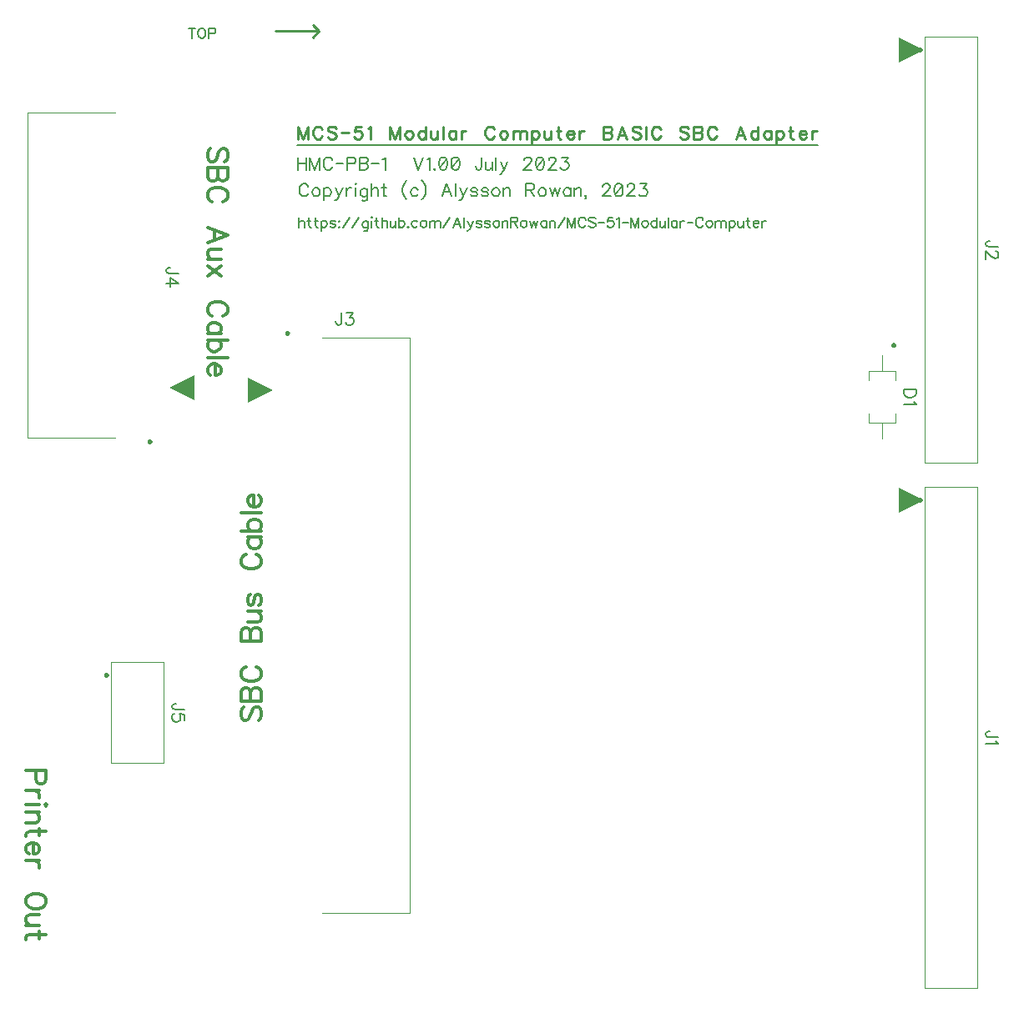
<source format=gbr>
G04 DipTrace 4.3.0.5*
G04 TopSilk.gbr*
%MOMM*%
G04 #@! TF.FileFunction,Legend,Top*
G04 #@! TF.Part,Single*
%ADD10C,0.25*%
%ADD13C,0.12*%
%ADD19C,0.15*%
%ADD47C,0.19608*%
%ADD48C,0.15686*%
%ADD49C,0.27778*%
%ADD50C,0.31373*%
%FSLAX35Y35*%
G04*
G71*
G90*
G75*
G01*
G04 TopSilk*
%LPD*%
X-944500Y1347750D2*
D13*
Y1434750D1*
X-1214500D1*
Y1347750D1*
X-944500Y1001750D2*
Y914750D1*
X-1214500D1*
Y1001750D1*
X-1079500Y1601750D2*
Y1434750D1*
Y914750D2*
Y747750D1*
G36*
X-962500Y1723750D2*
X-959237Y1723536D1*
X-956030Y1722898D1*
X-952933Y1721847D1*
X-950000Y1720401D1*
X-947281Y1718584D1*
X-944822Y1716428D1*
X-942666Y1713969D1*
X-940849Y1711250D1*
X-939403Y1708317D1*
X-938352Y1705220D1*
X-937714Y1702013D1*
X-937500Y1698750D1*
X-937714Y1695487D1*
X-938352Y1692280D1*
X-939403Y1689183D1*
X-940849Y1686250D1*
X-942666Y1683531D1*
X-944822Y1681072D1*
X-947281Y1678916D1*
X-950000Y1677099D1*
X-952933Y1675653D1*
X-956030Y1674602D1*
X-959237Y1673964D1*
X-962500Y1673750D1*
D1*
X-965763Y1673964D1*
X-968970Y1674602D1*
X-972067Y1675653D1*
X-975000Y1677099D1*
X-977719Y1678916D1*
X-980178Y1681072D1*
X-982334Y1683531D1*
X-984151Y1686250D1*
X-985597Y1689183D1*
X-986648Y1692280D1*
X-987286Y1695487D1*
X-987500Y1698750D1*
X-987286Y1702013D1*
X-986648Y1705220D1*
X-985597Y1708317D1*
X-984151Y1711250D1*
X-982334Y1713969D1*
X-980178Y1716428D1*
X-977719Y1718584D1*
X-975000Y1720401D1*
X-972067Y1721847D1*
X-968970Y1722898D1*
X-965763Y1723536D1*
X-962500Y1723750D1*
D1*
G37*
X-111000Y259000D2*
D13*
X-651000D1*
Y-4831000D1*
X-111000D1*
Y259000D1*
G36*
X-694000Y152000D2*
X-690737Y151786D1*
X-687530Y151148D1*
X-684433Y150097D1*
X-681500Y148651D1*
X-678781Y146834D1*
X-676322Y144678D1*
X-674166Y142219D1*
X-672349Y139500D1*
X-670903Y136567D1*
X-669852Y133470D1*
X-669214Y130263D1*
X-669000Y127000D1*
X-669214Y123737D1*
X-669852Y120530D1*
X-670903Y117433D1*
X-672349Y114500D1*
X-674166Y111781D1*
X-676322Y109322D1*
X-678781Y107166D1*
X-681500Y105349D1*
X-684433Y103903D1*
X-687530Y102852D1*
X-690737Y102214D1*
X-694000Y102000D1*
D1*
X-697263Y102214D1*
X-700470Y102852D1*
X-703567Y103903D1*
X-706500Y105349D1*
X-709219Y107166D1*
X-711678Y109322D1*
X-713834Y111781D1*
X-715651Y114500D1*
X-717097Y117433D1*
X-718148Y120530D1*
X-718786Y123737D1*
X-719000Y127000D1*
X-718786Y130263D1*
X-718148Y133470D1*
X-717097Y136567D1*
X-715651Y139500D1*
X-713834Y142219D1*
X-711678Y144678D1*
X-709219Y146834D1*
X-706500Y148651D1*
X-703567Y150097D1*
X-700470Y151148D1*
X-697263Y151786D1*
X-694000Y152000D1*
D1*
G37*
X-111000Y4831000D2*
D13*
X-651000D1*
Y503000D1*
X-111000D1*
Y4831000D1*
G36*
X-694000Y4724000D2*
X-690737Y4723786D1*
X-687530Y4723148D1*
X-684433Y4722097D1*
X-681500Y4720651D1*
X-678781Y4718834D1*
X-676322Y4716678D1*
X-674166Y4714219D1*
X-672349Y4711500D1*
X-670903Y4708567D1*
X-669852Y4705470D1*
X-669214Y4702263D1*
X-669000Y4699000D1*
X-669214Y4695737D1*
X-669852Y4692530D1*
X-670903Y4689433D1*
X-672349Y4686500D1*
X-674166Y4683781D1*
X-676322Y4681322D1*
X-678781Y4679166D1*
X-681500Y4677349D1*
X-684433Y4675903D1*
X-687530Y4674852D1*
X-690737Y4674214D1*
X-694000Y4674000D1*
D1*
X-697263Y4674214D1*
X-700470Y4674852D1*
X-703567Y4675903D1*
X-706500Y4677349D1*
X-709219Y4679166D1*
X-711678Y4681322D1*
X-713834Y4683781D1*
X-715651Y4686500D1*
X-717097Y4689433D1*
X-718148Y4692530D1*
X-718786Y4695737D1*
X-719000Y4699000D1*
X-718786Y4702263D1*
X-718148Y4705470D1*
X-717097Y4708567D1*
X-715651Y4711500D1*
X-713834Y4714219D1*
X-711678Y4716678D1*
X-709219Y4718834D1*
X-706500Y4720651D1*
X-703567Y4722097D1*
X-700470Y4723148D1*
X-697263Y4723786D1*
X-694000Y4724000D1*
D1*
G37*
X-6759000Y-4064000D2*
D13*
X-5872500D1*
Y1778000D1*
X-6759000D1*
G36*
X-7112000Y1796000D2*
X-7115263Y1796214D1*
X-7118470Y1796852D1*
X-7121567Y1797903D1*
X-7124500Y1799349D1*
X-7127219Y1801166D1*
X-7129678Y1803322D1*
X-7131834Y1805781D1*
X-7133651Y1808500D1*
X-7135097Y1811433D1*
X-7136148Y1814530D1*
X-7136786Y1817737D1*
X-7137000Y1821000D1*
X-7136786Y1824263D1*
X-7136148Y1827470D1*
X-7135097Y1830567D1*
X-7133651Y1833500D1*
X-7131834Y1836219D1*
X-7129678Y1838678D1*
X-7127219Y1840834D1*
X-7124500Y1842651D1*
X-7121567Y1844097D1*
X-7118470Y1845148D1*
X-7115263Y1845786D1*
X-7112000Y1846000D1*
D1*
X-7108737Y1845786D1*
X-7105530Y1845148D1*
X-7102433Y1844097D1*
X-7099500Y1842651D1*
X-7096781Y1840834D1*
X-7094322Y1838678D1*
X-7092166Y1836219D1*
X-7090349Y1833500D1*
X-7088903Y1830567D1*
X-7087852Y1827470D1*
X-7087214Y1824263D1*
X-7087000Y1821000D1*
X-7087214Y1817737D1*
X-7087852Y1814530D1*
X-7088903Y1811433D1*
X-7090349Y1808500D1*
X-7092166Y1805781D1*
X-7094322Y1803322D1*
X-7096781Y1801166D1*
X-7099500Y1799349D1*
X-7102433Y1797903D1*
X-7105530Y1796852D1*
X-7108737Y1796214D1*
X-7112000Y1796000D1*
D1*
G37*
X-8862000Y4064000D2*
D13*
X-9748500D1*
Y762000D1*
X-8862000D1*
G36*
X-8509000Y744000D2*
X-8505737Y743786D1*
X-8502530Y743148D1*
X-8499433Y742097D1*
X-8496500Y740651D1*
X-8493781Y738834D1*
X-8491322Y736678D1*
X-8489166Y734219D1*
X-8487349Y731500D1*
X-8485903Y728567D1*
X-8484852Y725470D1*
X-8484214Y722263D1*
X-8484000Y719000D1*
X-8484214Y715737D1*
X-8484852Y712530D1*
X-8485903Y709433D1*
X-8487349Y706500D1*
X-8489166Y703781D1*
X-8491322Y701322D1*
X-8493781Y699166D1*
X-8496500Y697349D1*
X-8499433Y695903D1*
X-8502530Y694852D1*
X-8505737Y694214D1*
X-8509000Y694000D1*
D1*
X-8512263Y694214D1*
X-8515470Y694852D1*
X-8518567Y695903D1*
X-8521500Y697349D1*
X-8524219Y699166D1*
X-8526678Y701322D1*
X-8528834Y703781D1*
X-8530651Y706500D1*
X-8532097Y709433D1*
X-8533148Y712530D1*
X-8533786Y715737D1*
X-8534000Y719000D1*
X-8533786Y722263D1*
X-8533148Y725470D1*
X-8532097Y728567D1*
X-8530651Y731500D1*
X-8528834Y734219D1*
X-8526678Y736678D1*
X-8524219Y738834D1*
X-8521500Y740651D1*
X-8518567Y742097D1*
X-8515470Y743148D1*
X-8512263Y743786D1*
X-8509000Y744000D1*
D1*
G37*
X-8366000Y-1519000D2*
D13*
X-8906000D1*
Y-2545000D1*
X-8366000D1*
Y-1519000D1*
G36*
X-8949000Y-1626000D2*
X-8945737Y-1626214D1*
X-8942530Y-1626852D1*
X-8939433Y-1627903D1*
X-8936500Y-1629349D1*
X-8933781Y-1631166D1*
X-8931322Y-1633322D1*
X-8929166Y-1635781D1*
X-8927349Y-1638500D1*
X-8925903Y-1641433D1*
X-8924852Y-1644530D1*
X-8924214Y-1647737D1*
X-8924000Y-1651000D1*
X-8924214Y-1654263D1*
X-8924852Y-1657470D1*
X-8925903Y-1660567D1*
X-8927349Y-1663500D1*
X-8929166Y-1666219D1*
X-8931322Y-1668678D1*
X-8933781Y-1670834D1*
X-8936500Y-1672651D1*
X-8939433Y-1674097D1*
X-8942530Y-1675148D1*
X-8945737Y-1675786D1*
X-8949000Y-1676000D1*
D1*
X-8952263Y-1675786D1*
X-8955470Y-1675148D1*
X-8958567Y-1674097D1*
X-8961500Y-1672651D1*
X-8964219Y-1670834D1*
X-8966678Y-1668678D1*
X-8968834Y-1666219D1*
X-8970651Y-1663500D1*
X-8972097Y-1660567D1*
X-8973148Y-1657470D1*
X-8973786Y-1654263D1*
X-8974000Y-1651000D1*
X-8973786Y-1647737D1*
X-8973148Y-1644530D1*
X-8972097Y-1641433D1*
X-8970651Y-1638500D1*
X-8968834Y-1635781D1*
X-8966678Y-1633322D1*
X-8964219Y-1631166D1*
X-8961500Y-1629349D1*
X-8958567Y-1627903D1*
X-8955470Y-1626852D1*
X-8952263Y-1626214D1*
X-8949000Y-1626000D1*
D1*
G37*
G36*
X-658620Y4699623D2*
X-912620Y4826623D1*
Y4572627D1*
D1*
X-658620Y4699623D1*
G37*
G36*
Y127623D2*
X-912620Y254623D1*
Y627D1*
D1*
X-658620Y127623D1*
G37*
X-7239000Y4889500D2*
D10*
X-6794500D1*
X-6858000Y4953000D1*
X-6794500Y4889500D2*
X-6858000Y4826000D1*
G36*
X-8310370Y1270627D2*
X-8056370Y1143627D1*
Y1397623D1*
D1*
X-8310370Y1270627D1*
G37*
G36*
X-7262620Y1238873D2*
X-7516620Y1365873D1*
Y1111877D1*
D1*
X-7262620Y1238873D1*
G37*
X-7018247Y3732017D2*
D19*
X-1730743D1*
X-8086128Y4918540D2*
D48*
Y4816452D1*
X-8120157Y4918540D2*
X-8052098D1*
X-7991526D2*
X-8001297Y4913711D1*
X-8010955Y4903940D1*
X-8015897Y4894281D1*
X-8020726Y4879681D1*
Y4855311D1*
X-8015897Y4840823D1*
X-8010955Y4831052D1*
X-8001297Y4821394D1*
X-7991526Y4816452D1*
X-7972097D1*
X-7962438Y4821394D1*
X-7952667Y4831052D1*
X-7947838Y4840823D1*
X-7943009Y4855311D1*
Y4879681D1*
X-7947838Y4894281D1*
X-7952667Y4903940D1*
X-7962438Y4913711D1*
X-7972097Y4918540D1*
X-7991526D1*
X-7911636Y4865081D2*
X-7867836D1*
X-7853349Y4869911D1*
X-7848407Y4874852D1*
X-7843578Y4884511D1*
Y4899111D1*
X-7848407Y4908769D1*
X-7853349Y4913711D1*
X-7867836Y4918540D1*
X-7911636D1*
Y4816452D1*
X-6907212Y3794477D2*
D49*
Y3922087D1*
X-6955785Y3794477D1*
X-7004358Y3922087D1*
Y3794477D1*
X-6760546Y3891764D2*
X-6766583Y3903837D1*
X-6778796Y3916050D1*
X-6790870Y3922087D1*
X-6815156D1*
X-6827370Y3916050D1*
X-6839443Y3903837D1*
X-6845620Y3891764D1*
X-6851656Y3873514D1*
Y3843050D1*
X-6845620Y3824940D1*
X-6839443Y3812727D1*
X-6827370Y3800654D1*
X-6815156Y3794477D1*
X-6790870D1*
X-6778796Y3800654D1*
X-6766583Y3812727D1*
X-6760546Y3824940D1*
X-6619918Y3903837D2*
X-6631991Y3916050D1*
X-6650241Y3922087D1*
X-6674527D1*
X-6692777Y3916050D1*
X-6704991Y3903837D1*
Y3891764D1*
X-6698814Y3879550D1*
X-6692777Y3873514D1*
X-6680704Y3867477D1*
X-6644204Y3855264D1*
X-6631991Y3849227D1*
X-6625954Y3843050D1*
X-6619918Y3830977D1*
Y3812727D1*
X-6631991Y3800654D1*
X-6650241Y3794477D1*
X-6674527D1*
X-6692777Y3800654D1*
X-6704991Y3812727D1*
X-6564362Y3858212D2*
X-6494170D1*
X-6365755Y3921946D2*
X-6426401D1*
X-6432437Y3867337D1*
X-6426401Y3873373D1*
X-6408151Y3879550D1*
X-6390041D1*
X-6371791Y3873373D1*
X-6359578Y3861300D1*
X-6353541Y3843050D1*
Y3830977D1*
X-6359578Y3812727D1*
X-6371791Y3800514D1*
X-6390041Y3794477D1*
X-6408151D1*
X-6426401Y3800514D1*
X-6432437Y3806690D1*
X-6438614Y3818764D1*
X-6297986Y3897660D2*
X-6285772Y3903837D1*
X-6267522Y3921946D1*
Y3794477D1*
X-5975034D2*
Y3922087D1*
X-6023607Y3794477D1*
X-6072180Y3922087D1*
Y3794477D1*
X-5889156Y3879550D2*
X-5901229Y3873514D1*
X-5913442Y3861300D1*
X-5919479Y3843050D1*
Y3830977D1*
X-5913442Y3812727D1*
X-5901229Y3800654D1*
X-5889156Y3794477D1*
X-5870906D1*
X-5858692Y3800654D1*
X-5846619Y3812727D1*
X-5840442Y3830977D1*
Y3843050D1*
X-5846619Y3861300D1*
X-5858692Y3873514D1*
X-5870906Y3879550D1*
X-5889156D1*
X-5712027Y3922087D2*
Y3794477D1*
Y3861300D2*
X-5724100Y3873514D1*
X-5736314Y3879550D1*
X-5754564D1*
X-5766637Y3873514D1*
X-5778850Y3861300D1*
X-5784887Y3843050D1*
Y3830977D1*
X-5778850Y3812727D1*
X-5766637Y3800654D1*
X-5754564Y3794477D1*
X-5736314D1*
X-5724100Y3800654D1*
X-5712027Y3812727D1*
X-5656471Y3879550D2*
Y3818764D1*
X-5650435Y3800654D1*
X-5638221Y3794477D1*
X-5619971D1*
X-5607898Y3800654D1*
X-5589648Y3818764D1*
Y3879550D2*
Y3794477D1*
X-5534093Y3922087D2*
Y3794477D1*
X-5405678Y3879550D2*
Y3794477D1*
Y3861300D2*
X-5417751Y3873514D1*
X-5429964Y3879550D1*
X-5448074D1*
X-5460287Y3873514D1*
X-5472360Y3861300D1*
X-5478537Y3843050D1*
Y3830977D1*
X-5472360Y3812727D1*
X-5460287Y3800654D1*
X-5448074Y3794477D1*
X-5429964D1*
X-5417751Y3800654D1*
X-5405678Y3812727D1*
X-5350122Y3879550D2*
Y3794477D1*
Y3843050D2*
X-5343945Y3861300D1*
X-5331872Y3873514D1*
X-5319659Y3879550D1*
X-5301409D1*
X-5014957Y3891764D2*
X-5020994Y3903837D1*
X-5033207Y3916050D1*
X-5045280Y3922087D1*
X-5069567D1*
X-5081780Y3916050D1*
X-5093853Y3903837D1*
X-5100030Y3891764D1*
X-5106067Y3873514D1*
Y3843050D1*
X-5100030Y3824940D1*
X-5093853Y3812727D1*
X-5081780Y3800654D1*
X-5069567Y3794477D1*
X-5045280D1*
X-5033207Y3800654D1*
X-5020994Y3812727D1*
X-5014957Y3824940D1*
X-4929079Y3879550D2*
X-4941152Y3873514D1*
X-4953365Y3861300D1*
X-4959402Y3843050D1*
Y3830977D1*
X-4953365Y3812727D1*
X-4941152Y3800654D1*
X-4929079Y3794477D1*
X-4910829D1*
X-4898615Y3800654D1*
X-4886542Y3812727D1*
X-4880365Y3830977D1*
Y3843050D1*
X-4886542Y3861300D1*
X-4898615Y3873514D1*
X-4910829Y3879550D1*
X-4929079D1*
X-4824809D2*
Y3794477D1*
Y3855264D2*
X-4806559Y3873514D1*
X-4794346Y3879550D1*
X-4776236D1*
X-4764023Y3873514D1*
X-4757986Y3855264D1*
Y3794477D1*
Y3855264D2*
X-4739736Y3873514D1*
X-4727523Y3879550D1*
X-4709413D1*
X-4697200Y3873514D1*
X-4691023Y3855264D1*
Y3794477D1*
X-4635467Y3879550D2*
Y3751940D1*
Y3861300D2*
X-4623254Y3873373D1*
X-4611181Y3879550D1*
X-4592931D1*
X-4580717Y3873373D1*
X-4568644Y3861300D1*
X-4562467Y3843050D1*
Y3830837D1*
X-4568644Y3812727D1*
X-4580717Y3800514D1*
X-4592931Y3794477D1*
X-4611181D1*
X-4623254Y3800514D1*
X-4635467Y3812727D1*
X-4506912Y3879550D2*
Y3818764D1*
X-4500875Y3800654D1*
X-4488662Y3794477D1*
X-4470412D1*
X-4458339Y3800654D1*
X-4440089Y3818764D1*
Y3879550D2*
Y3794477D1*
X-4366283Y3922087D2*
Y3818764D1*
X-4360247Y3800654D1*
X-4348033Y3794477D1*
X-4335960D1*
X-4384533Y3879550D2*
X-4341997D1*
X-4280405Y3843050D2*
X-4207545D1*
Y3855264D1*
X-4213581Y3867477D1*
X-4219618Y3873514D1*
X-4231831Y3879550D1*
X-4250081D1*
X-4262155Y3873514D1*
X-4274368Y3861300D1*
X-4280405Y3843050D1*
Y3830977D1*
X-4274368Y3812727D1*
X-4262155Y3800654D1*
X-4250081Y3794477D1*
X-4231831D1*
X-4219618Y3800654D1*
X-4207545Y3812727D1*
X-4151989Y3879550D2*
Y3794477D1*
Y3843050D2*
X-4145812Y3861300D1*
X-4133739Y3873514D1*
X-4121526Y3879550D1*
X-4103276D1*
X-3907934Y3922087D2*
Y3794477D1*
X-3853184D1*
X-3834934Y3800654D1*
X-3828898Y3806690D1*
X-3822861Y3818764D1*
Y3837014D1*
X-3828898Y3849227D1*
X-3834934Y3855264D1*
X-3853184Y3861300D1*
X-3834934Y3867477D1*
X-3828898Y3873514D1*
X-3822861Y3885587D1*
Y3897800D1*
X-3828898Y3909873D1*
X-3834934Y3916050D1*
X-3853184Y3922087D1*
X-3907934D1*
Y3861300D2*
X-3853184D1*
X-3670019Y3794477D2*
X-3718732Y3922087D1*
X-3767305Y3794477D1*
X-3749055Y3837014D2*
X-3688269D1*
X-3529390Y3903837D2*
X-3541463Y3916050D1*
X-3559713Y3922087D1*
X-3584000D1*
X-3602250Y3916050D1*
X-3614463Y3903837D1*
Y3891764D1*
X-3608286Y3879550D1*
X-3602250Y3873514D1*
X-3590177Y3867477D1*
X-3553677Y3855264D1*
X-3541463Y3849227D1*
X-3535427Y3843050D1*
X-3529390Y3830977D1*
Y3812727D1*
X-3541463Y3800654D1*
X-3559713Y3794477D1*
X-3584000D1*
X-3602250Y3800654D1*
X-3614463Y3812727D1*
X-3473835Y3922087D2*
Y3794477D1*
X-3327170Y3891764D2*
X-3333206Y3903837D1*
X-3345420Y3916050D1*
X-3357493Y3922087D1*
X-3381779D1*
X-3393993Y3916050D1*
X-3406066Y3903837D1*
X-3412243Y3891764D1*
X-3418279Y3873514D1*
Y3843050D1*
X-3412243Y3824940D1*
X-3406066Y3812727D1*
X-3393993Y3800654D1*
X-3381779Y3794477D1*
X-3357493D1*
X-3345420Y3800654D1*
X-3333206Y3812727D1*
X-3327170Y3824940D1*
X-3046755Y3903837D2*
X-3058828Y3916050D1*
X-3077078Y3922087D1*
X-3101364D1*
X-3119614Y3916050D1*
X-3131828Y3903837D1*
Y3891764D1*
X-3125651Y3879550D1*
X-3119614Y3873514D1*
X-3107541Y3867477D1*
X-3071041Y3855264D1*
X-3058828Y3849227D1*
X-3052791Y3843050D1*
X-3046755Y3830977D1*
Y3812727D1*
X-3058828Y3800654D1*
X-3077078Y3794477D1*
X-3101364D1*
X-3119614Y3800654D1*
X-3131828Y3812727D1*
X-2991199Y3922087D2*
Y3794477D1*
X-2936449D1*
X-2918199Y3800654D1*
X-2912162Y3806690D1*
X-2906126Y3818764D1*
Y3837014D1*
X-2912162Y3849227D1*
X-2918199Y3855264D1*
X-2936449Y3861300D1*
X-2918199Y3867477D1*
X-2912162Y3873514D1*
X-2906126Y3885587D1*
Y3897800D1*
X-2912162Y3909873D1*
X-2918199Y3916050D1*
X-2936449Y3922087D1*
X-2991199D1*
Y3861300D2*
X-2936449D1*
X-2759461Y3891764D2*
X-2765497Y3903837D1*
X-2777711Y3916050D1*
X-2789784Y3922087D1*
X-2814070D1*
X-2826284Y3916050D1*
X-2838357Y3903837D1*
X-2844534Y3891764D1*
X-2850570Y3873514D1*
Y3843050D1*
X-2844534Y3824940D1*
X-2838357Y3812727D1*
X-2826284Y3800654D1*
X-2814070Y3794477D1*
X-2789784D1*
X-2777711Y3800654D1*
X-2765497Y3812727D1*
X-2759461Y3824940D1*
X-2466832Y3794477D2*
X-2515546Y3922087D1*
X-2564119Y3794477D1*
X-2545869Y3837014D2*
X-2485082D1*
X-2338417Y3922087D2*
Y3794477D1*
Y3861300D2*
X-2350490Y3873514D1*
X-2362704Y3879550D1*
X-2380954D1*
X-2393027Y3873514D1*
X-2405240Y3861300D1*
X-2411277Y3843050D1*
Y3830977D1*
X-2405240Y3812727D1*
X-2393027Y3800654D1*
X-2380954Y3794477D1*
X-2362704D1*
X-2350490Y3800654D1*
X-2338417Y3812727D1*
X-2210002Y3879550D2*
Y3794477D1*
Y3861300D2*
X-2222075Y3873514D1*
X-2234289Y3879550D1*
X-2252398D1*
X-2264612Y3873514D1*
X-2276685Y3861300D1*
X-2282862Y3843050D1*
Y3830977D1*
X-2276685Y3812727D1*
X-2264612Y3800654D1*
X-2252398Y3794477D1*
X-2234289D1*
X-2222075Y3800654D1*
X-2210002Y3812727D1*
X-2154446Y3879550D2*
Y3751940D1*
Y3861300D2*
X-2142233Y3873373D1*
X-2130160Y3879550D1*
X-2111910D1*
X-2099696Y3873373D1*
X-2087623Y3861300D1*
X-2081446Y3843050D1*
Y3830837D1*
X-2087623Y3812727D1*
X-2099696Y3800514D1*
X-2111910Y3794477D1*
X-2130160D1*
X-2142233Y3800514D1*
X-2154446Y3812727D1*
X-2007641Y3922087D2*
Y3818764D1*
X-2001604Y3800654D1*
X-1989391Y3794477D1*
X-1977318D1*
X-2025891Y3879550D2*
X-1983354D1*
X-1921762Y3843050D2*
X-1848903D1*
Y3855264D1*
X-1854939Y3867477D1*
X-1860976Y3873514D1*
X-1873189Y3879550D1*
X-1891439D1*
X-1903512Y3873514D1*
X-1915726Y3861300D1*
X-1921762Y3843050D1*
Y3830977D1*
X-1915726Y3812727D1*
X-1903512Y3800654D1*
X-1891439Y3794477D1*
X-1873189D1*
X-1860976Y3800654D1*
X-1848903Y3812727D1*
X-1793347Y3879550D2*
Y3794477D1*
Y3843050D2*
X-1787170Y3861300D1*
X-1775097Y3873514D1*
X-1762884Y3879550D1*
X-1744634D1*
X-7008443Y3608672D2*
D47*
Y3481062D1*
X-6923370Y3608672D2*
Y3481062D1*
X-7008443Y3547885D2*
X-6923370D1*
X-6787008Y3481062D2*
Y3608672D1*
X-6835581Y3481062D1*
X-6884154Y3608672D1*
Y3481062D1*
X-6656683Y3578349D2*
X-6662719Y3590422D1*
X-6674933Y3602635D1*
X-6687006Y3608672D1*
X-6711292D1*
X-6723506Y3602635D1*
X-6735579Y3590422D1*
X-6741756Y3578349D1*
X-6747792Y3560099D1*
Y3529635D1*
X-6741756Y3511525D1*
X-6735579Y3499312D1*
X-6723506Y3487239D1*
X-6711292Y3481062D1*
X-6687006D1*
X-6674933Y3487239D1*
X-6662719Y3499312D1*
X-6656683Y3511525D1*
X-6617467Y3544797D2*
X-6547275D1*
X-6508059Y3541849D2*
X-6453309D1*
X-6435199Y3547885D1*
X-6429022Y3554062D1*
X-6422986Y3566135D1*
Y3584385D1*
X-6429022Y3596458D1*
X-6435199Y3602635D1*
X-6453309Y3608672D1*
X-6508059D1*
Y3481062D1*
X-6383770Y3608672D2*
Y3481062D1*
X-6329020D1*
X-6310770Y3487239D1*
X-6304734Y3493275D1*
X-6298697Y3505349D1*
Y3523599D1*
X-6304734Y3535812D1*
X-6310770Y3541849D1*
X-6329020Y3547885D1*
X-6310770Y3554062D1*
X-6304734Y3560099D1*
X-6298697Y3572172D1*
Y3584385D1*
X-6304734Y3596458D1*
X-6310770Y3602635D1*
X-6329020Y3608672D1*
X-6383770D1*
Y3547885D2*
X-6329020D1*
X-6259481Y3544797D2*
X-6189289D1*
X-6150073Y3584245D2*
X-6137860Y3590422D1*
X-6119610Y3608531D1*
Y3481062D1*
X-5833501Y3608672D2*
X-5784928Y3481062D1*
X-5736355Y3608672D1*
X-5697139Y3584245D2*
X-5684926Y3590422D1*
X-5666676Y3608531D1*
Y3481062D1*
X-5621424Y3493275D2*
X-5627460Y3487099D1*
X-5621424Y3481062D1*
X-5615247Y3487099D1*
X-5621424Y3493275D1*
X-5539531Y3608531D2*
X-5557781Y3602495D1*
X-5569995Y3584245D1*
X-5576031Y3553922D1*
Y3535672D1*
X-5569995Y3505349D1*
X-5557781Y3487099D1*
X-5539531Y3481062D1*
X-5527458D1*
X-5509208Y3487099D1*
X-5497135Y3505349D1*
X-5490958Y3535672D1*
Y3553922D1*
X-5497135Y3584245D1*
X-5509208Y3602495D1*
X-5527458Y3608531D1*
X-5539531D1*
X-5497135Y3584245D2*
X-5569995Y3505349D1*
X-5415242Y3608531D2*
X-5433492Y3602495D1*
X-5445706Y3584245D1*
X-5451742Y3553922D1*
Y3535672D1*
X-5445706Y3505349D1*
X-5433492Y3487099D1*
X-5415242Y3481062D1*
X-5403169D1*
X-5384919Y3487099D1*
X-5372846Y3505349D1*
X-5366669Y3535672D1*
Y3553922D1*
X-5372846Y3584245D1*
X-5384919Y3602495D1*
X-5403169Y3608531D1*
X-5415242D1*
X-5372846Y3584245D2*
X-5445706Y3505349D1*
X-5143221Y3608672D2*
Y3511525D1*
X-5149257Y3493275D1*
X-5155434Y3487239D1*
X-5167507Y3481062D1*
X-5179721D1*
X-5191794Y3487239D1*
X-5197830Y3493275D1*
X-5204007Y3511525D1*
Y3523599D1*
X-5104005Y3566135D2*
Y3505349D1*
X-5097968Y3487239D1*
X-5085755Y3481062D1*
X-5067505D1*
X-5055432Y3487239D1*
X-5037182Y3505349D1*
Y3566135D2*
Y3481062D1*
X-4997966Y3608672D2*
Y3481062D1*
X-4952574Y3566135D2*
X-4916214Y3481062D1*
X-4928287Y3456775D1*
X-4940500Y3444562D1*
X-4952574Y3438525D1*
X-4958750D1*
X-4879714Y3566135D2*
X-4916214Y3481062D1*
X-4710875Y3578208D2*
Y3584245D1*
X-4704838Y3596458D1*
X-4698802Y3602495D1*
X-4686588Y3608531D1*
X-4662302D1*
X-4650229Y3602495D1*
X-4644192Y3596458D1*
X-4638015Y3584245D1*
Y3572172D1*
X-4644192Y3559958D1*
X-4656265Y3541849D1*
X-4717052Y3481062D1*
X-4631979D1*
X-4556263Y3608531D2*
X-4574513Y3602495D1*
X-4586726Y3584245D1*
X-4592763Y3553922D1*
Y3535672D1*
X-4586726Y3505349D1*
X-4574513Y3487099D1*
X-4556263Y3481062D1*
X-4544190D1*
X-4525940Y3487099D1*
X-4513867Y3505349D1*
X-4507690Y3535672D1*
Y3553922D1*
X-4513867Y3584245D1*
X-4525940Y3602495D1*
X-4544190Y3608531D1*
X-4556263D1*
X-4513867Y3584245D2*
X-4586726Y3505349D1*
X-4462297Y3578208D2*
Y3584245D1*
X-4456261Y3596458D1*
X-4450224Y3602495D1*
X-4438011Y3608531D1*
X-4413724D1*
X-4401651Y3602495D1*
X-4395615Y3596458D1*
X-4389438Y3584245D1*
Y3572172D1*
X-4395615Y3559958D1*
X-4407688Y3541849D1*
X-4468474Y3481062D1*
X-4383401D1*
X-4331972Y3608531D2*
X-4265289D1*
X-4301649Y3559958D1*
X-4283399D1*
X-4271326Y3553922D1*
X-4265289Y3547885D1*
X-4259112Y3529635D1*
Y3517562D1*
X-4265289Y3499312D1*
X-4277362Y3487099D1*
X-4295612Y3481062D1*
X-4313862D1*
X-4331972Y3487099D1*
X-4338009Y3493275D1*
X-4344186Y3505349D1*
X-6901460Y3308472D2*
X-6907496Y3320545D1*
X-6919710Y3332758D1*
X-6931783Y3338795D1*
X-6956069D1*
X-6968283Y3332758D1*
X-6980356Y3320545D1*
X-6986533Y3308472D1*
X-6992569Y3290222D1*
Y3259758D1*
X-6986533Y3241649D1*
X-6980356Y3229435D1*
X-6968283Y3217362D1*
X-6956069Y3211185D1*
X-6931783D1*
X-6919710Y3217362D1*
X-6907496Y3229435D1*
X-6901460Y3241649D1*
X-6831921Y3296258D2*
X-6843994Y3290222D1*
X-6856208Y3278008D1*
X-6862244Y3259758D1*
Y3247685D1*
X-6856208Y3229435D1*
X-6843994Y3217362D1*
X-6831921Y3211185D1*
X-6813671D1*
X-6801458Y3217362D1*
X-6789384Y3229435D1*
X-6783208Y3247685D1*
Y3259758D1*
X-6789384Y3278008D1*
X-6801458Y3290222D1*
X-6813671Y3296258D1*
X-6831921D1*
X-6743992D2*
Y3168649D1*
Y3278008D2*
X-6731778Y3290081D1*
X-6719705Y3296258D1*
X-6701455D1*
X-6689242Y3290081D1*
X-6677169Y3278008D1*
X-6670992Y3259758D1*
Y3247545D1*
X-6677169Y3229435D1*
X-6689242Y3217222D1*
X-6701455Y3211185D1*
X-6719705D1*
X-6731778Y3217222D1*
X-6743992Y3229435D1*
X-6625599Y3296258D2*
X-6589240Y3211185D1*
X-6601313Y3186899D1*
X-6613526Y3174685D1*
X-6625599Y3168649D1*
X-6631776D1*
X-6552740Y3296258D2*
X-6589240Y3211185D1*
X-6513524Y3296258D2*
Y3211185D1*
Y3259758D2*
X-6507347Y3278008D1*
X-6495274Y3290222D1*
X-6483061Y3296258D1*
X-6464811D1*
X-6425595Y3338795D2*
X-6419558Y3332758D1*
X-6413381Y3338795D1*
X-6419558Y3344972D1*
X-6425595Y3338795D1*
X-6419558Y3296258D2*
Y3211185D1*
X-6301306Y3290222D2*
Y3192935D1*
X-6307343Y3174826D1*
X-6313379Y3168649D1*
X-6325593Y3162612D1*
X-6343843D1*
X-6355916Y3168649D1*
X-6301306Y3271972D2*
X-6313379Y3284045D1*
X-6325593Y3290222D1*
X-6343843D1*
X-6355916Y3284045D1*
X-6368129Y3271972D1*
X-6374166Y3253722D1*
Y3241508D1*
X-6368129Y3223399D1*
X-6355916Y3211185D1*
X-6343843Y3205149D1*
X-6325593D1*
X-6313379Y3211185D1*
X-6301306Y3223399D1*
X-6262090Y3338795D2*
Y3211185D1*
Y3271972D2*
X-6243840Y3290222D1*
X-6231627Y3296258D1*
X-6213377D1*
X-6201304Y3290222D1*
X-6195267Y3271972D1*
Y3211185D1*
X-6137802Y3338795D2*
Y3235472D1*
X-6131765Y3217362D1*
X-6119552Y3211185D1*
X-6107479D1*
X-6156052Y3296258D2*
X-6113515D1*
X-5902280Y3372066D2*
X-5914493Y3359993D1*
X-5926566Y3341743D1*
X-5938780Y3317456D1*
X-5944816Y3286993D1*
Y3262706D1*
X-5938780Y3232383D1*
X-5926566Y3208097D1*
X-5914493Y3189847D1*
X-5902280Y3177774D1*
X-5790064Y3278008D2*
X-5802278Y3290222D1*
X-5814491Y3296258D1*
X-5832601D1*
X-5844814Y3290222D1*
X-5856887Y3278008D1*
X-5863064Y3259758D1*
Y3247685D1*
X-5856887Y3229435D1*
X-5844814Y3217362D1*
X-5832601Y3211185D1*
X-5814491D1*
X-5802278Y3217362D1*
X-5790064Y3229435D1*
X-5750848Y3372066D2*
X-5738635Y3359993D1*
X-5726562Y3341743D1*
X-5714348Y3317456D1*
X-5708312Y3286993D1*
Y3262706D1*
X-5714348Y3232383D1*
X-5726562Y3208097D1*
X-5738635Y3189847D1*
X-5750848Y3177774D1*
X-5448363Y3211185D2*
X-5497077Y3338795D1*
X-5545650Y3211185D1*
X-5527400Y3253722D2*
X-5466613D1*
X-5409148Y3338795D2*
Y3211185D1*
X-5363755Y3296258D2*
X-5327395Y3211185D1*
X-5339468Y3186899D1*
X-5351682Y3174685D1*
X-5363755Y3168649D1*
X-5369932D1*
X-5290895Y3296258D2*
X-5327395Y3211185D1*
X-5184857Y3278008D2*
X-5190893Y3290222D1*
X-5209143Y3296258D1*
X-5227393D1*
X-5245643Y3290222D1*
X-5251680Y3278008D1*
X-5245643Y3265935D1*
X-5233430Y3259758D1*
X-5203107Y3253722D1*
X-5190893Y3247685D1*
X-5184857Y3235472D1*
Y3229435D1*
X-5190893Y3217362D1*
X-5209143Y3211185D1*
X-5227393D1*
X-5245643Y3217362D1*
X-5251680Y3229435D1*
X-5078818Y3278008D2*
X-5084854Y3290222D1*
X-5103104Y3296258D1*
X-5121354D1*
X-5139604Y3290222D1*
X-5145641Y3278008D1*
X-5139604Y3265935D1*
X-5127391Y3259758D1*
X-5097068Y3253722D1*
X-5084854Y3247685D1*
X-5078818Y3235472D1*
Y3229435D1*
X-5084854Y3217362D1*
X-5103104Y3211185D1*
X-5121354D1*
X-5139604Y3217362D1*
X-5145641Y3229435D1*
X-5009279Y3296258D2*
X-5021352Y3290222D1*
X-5033566Y3278008D1*
X-5039602Y3259758D1*
Y3247685D1*
X-5033566Y3229435D1*
X-5021352Y3217362D1*
X-5009279Y3211185D1*
X-4991029D1*
X-4978816Y3217362D1*
X-4966743Y3229435D1*
X-4960566Y3247685D1*
Y3259758D1*
X-4966743Y3278008D1*
X-4978816Y3290222D1*
X-4991029Y3296258D1*
X-5009279D1*
X-4921350D2*
Y3211185D1*
Y3271972D2*
X-4903100Y3290222D1*
X-4890886Y3296258D1*
X-4872777D1*
X-4860563Y3290222D1*
X-4854527Y3271972D1*
Y3211185D1*
X-4691865Y3278008D2*
X-4637255D1*
X-4619005Y3284185D1*
X-4612828Y3290222D1*
X-4606792Y3302295D1*
Y3314508D1*
X-4612828Y3326581D1*
X-4619005Y3332758D1*
X-4637255Y3338795D1*
X-4691865D1*
Y3211185D1*
X-4649328Y3278008D2*
X-4606792Y3211185D1*
X-4537253Y3296258D2*
X-4549326Y3290222D1*
X-4561539Y3278008D1*
X-4567576Y3259758D1*
Y3247685D1*
X-4561539Y3229435D1*
X-4549326Y3217362D1*
X-4537253Y3211185D1*
X-4519003D1*
X-4506789Y3217362D1*
X-4494716Y3229435D1*
X-4488539Y3247685D1*
Y3259758D1*
X-4494716Y3278008D1*
X-4506789Y3290222D1*
X-4519003Y3296258D1*
X-4537253D1*
X-4449324D2*
X-4425037Y3211185D1*
X-4400751Y3296258D1*
X-4376464Y3211185D1*
X-4352178Y3296258D1*
X-4240102D2*
Y3211185D1*
Y3278008D2*
X-4252175Y3290222D1*
X-4264389Y3296258D1*
X-4282498D1*
X-4294712Y3290222D1*
X-4306785Y3278008D1*
X-4312962Y3259758D1*
Y3247685D1*
X-4306785Y3229435D1*
X-4294712Y3217362D1*
X-4282498Y3211185D1*
X-4264389D1*
X-4252175Y3217362D1*
X-4240102Y3229435D1*
X-4200887Y3296258D2*
Y3211185D1*
Y3271972D2*
X-4182637Y3290222D1*
X-4170423Y3296258D1*
X-4152313D1*
X-4140100Y3290222D1*
X-4134063Y3271972D1*
Y3211185D1*
X-4082634Y3217222D2*
X-4088811Y3211185D1*
X-4094848Y3217222D1*
X-4088811Y3223399D1*
X-4082634Y3217222D1*
Y3205149D1*
X-4088811Y3192935D1*
X-4094848Y3186899D1*
X-3913795Y3308331D2*
Y3314368D1*
X-3907759Y3326581D1*
X-3901722Y3332618D1*
X-3889509Y3338655D1*
X-3865222D1*
X-3853149Y3332618D1*
X-3847113Y3326581D1*
X-3840936Y3314368D1*
Y3302295D1*
X-3847113Y3290081D1*
X-3859186Y3271972D1*
X-3919972Y3211185D1*
X-3834899D1*
X-3759183Y3338655D2*
X-3777433Y3332618D1*
X-3789647Y3314368D1*
X-3795683Y3284045D1*
Y3265795D1*
X-3789647Y3235472D1*
X-3777433Y3217222D1*
X-3759183Y3211185D1*
X-3747110D1*
X-3728860Y3217222D1*
X-3716787Y3235472D1*
X-3710610Y3265795D1*
Y3284045D1*
X-3716787Y3314368D1*
X-3728860Y3332618D1*
X-3747110Y3338655D1*
X-3759183D1*
X-3716787Y3314368D2*
X-3789647Y3235472D1*
X-3665218Y3308331D2*
Y3314368D1*
X-3659181Y3326581D1*
X-3653145Y3332618D1*
X-3640931Y3338655D1*
X-3616645D1*
X-3604572Y3332618D1*
X-3598535Y3326581D1*
X-3592358Y3314368D1*
Y3302295D1*
X-3598535Y3290081D1*
X-3610608Y3271972D1*
X-3671395Y3211185D1*
X-3586322D1*
X-3534892Y3338655D2*
X-3468210D1*
X-3504569Y3290081D1*
X-3486319D1*
X-3474246Y3284045D1*
X-3468210Y3278008D1*
X-3462033Y3259758D1*
Y3247685D1*
X-3468210Y3229435D1*
X-3480283Y3217222D1*
X-3498533Y3211185D1*
X-3516783D1*
X-3534892Y3217222D1*
X-3540929Y3223399D1*
X-3547106Y3235472D1*
X-6994530Y2998160D2*
D48*
Y2896072D1*
Y2944701D2*
X-6979930Y2959301D1*
X-6970159Y2964131D1*
X-6955559D1*
X-6945901Y2959301D1*
X-6941072Y2944701D1*
Y2896072D1*
X-6895099Y2998160D2*
Y2915501D1*
X-6890270Y2901014D1*
X-6880499Y2896072D1*
X-6870841D1*
X-6909699Y2964131D2*
X-6875670D1*
X-6824868Y2998160D2*
Y2915501D1*
X-6820039Y2901014D1*
X-6810268Y2896072D1*
X-6800610D1*
X-6839468Y2964131D2*
X-6805439D1*
X-6769237D2*
Y2862043D1*
Y2949531D2*
X-6759466Y2959189D1*
X-6749808Y2964131D1*
X-6735208D1*
X-6725437Y2959189D1*
X-6715779Y2949531D1*
X-6710837Y2934931D1*
Y2925160D1*
X-6715779Y2910672D1*
X-6725437Y2900901D1*
X-6735208Y2896072D1*
X-6749808D1*
X-6759466Y2900901D1*
X-6769237Y2910672D1*
X-6626006Y2949531D2*
X-6630835Y2959301D1*
X-6645435Y2964131D1*
X-6660035D1*
X-6674635Y2959301D1*
X-6679465Y2949531D1*
X-6674635Y2939872D1*
X-6664865Y2934931D1*
X-6640606Y2930101D1*
X-6630835Y2925272D1*
X-6626006Y2915501D1*
Y2910672D1*
X-6630835Y2901014D1*
X-6645435Y2896072D1*
X-6660035D1*
X-6674635Y2901014D1*
X-6679465Y2910672D1*
X-6589692Y2964131D2*
X-6594634Y2959189D1*
X-6589692Y2954360D1*
X-6584863Y2959189D1*
X-6589692Y2964131D1*
Y2905843D2*
X-6594634Y2900901D1*
X-6589692Y2896072D1*
X-6584863Y2900901D1*
X-6589692Y2905843D1*
X-6553490Y2896072D2*
X-6485432Y2998048D1*
X-6454059Y2896072D2*
X-6386001Y2998048D1*
X-6296341Y2959301D2*
Y2881472D1*
X-6301170Y2866985D1*
X-6305999Y2862043D1*
X-6315770Y2857214D1*
X-6330370D1*
X-6340028Y2862043D1*
X-6296341Y2944701D2*
X-6305999Y2954360D1*
X-6315770Y2959301D1*
X-6330370D1*
X-6340028Y2954360D1*
X-6349799Y2944701D1*
X-6354628Y2930101D1*
Y2920331D1*
X-6349799Y2905843D1*
X-6340028Y2896072D1*
X-6330370Y2891243D1*
X-6315770D1*
X-6305999Y2896072D1*
X-6296341Y2905843D1*
X-6264968Y2998160D2*
X-6260139Y2993331D1*
X-6255197Y2998160D1*
X-6260139Y3003101D1*
X-6264968Y2998160D1*
X-6260139Y2964131D2*
Y2896072D1*
X-6209225Y2998160D2*
Y2915501D1*
X-6204395Y2901014D1*
X-6194625Y2896072D1*
X-6184966D1*
X-6223825Y2964131D2*
X-6189795D1*
X-6153594Y2998160D2*
Y2896072D1*
Y2944701D2*
X-6138994Y2959301D1*
X-6129223Y2964131D1*
X-6114623D1*
X-6104964Y2959301D1*
X-6100135Y2944701D1*
Y2896072D1*
X-6068763Y2964131D2*
Y2915501D1*
X-6063933Y2901014D1*
X-6054163Y2896072D1*
X-6039563D1*
X-6029904Y2901014D1*
X-6015304Y2915501D1*
Y2964131D2*
Y2896072D1*
X-5983932Y2998160D2*
Y2896072D1*
Y2949531D2*
X-5974161Y2959301D1*
X-5964502Y2964131D1*
X-5949902D1*
X-5940244Y2959301D1*
X-5930473Y2949531D1*
X-5925644Y2934931D1*
Y2925272D1*
X-5930473Y2910672D1*
X-5940244Y2901014D1*
X-5949902Y2896072D1*
X-5964502D1*
X-5974161Y2901014D1*
X-5983932Y2910672D1*
X-5889442Y2905843D2*
X-5894271Y2900901D1*
X-5889442Y2896072D1*
X-5884501Y2900901D1*
X-5889442Y2905843D1*
X-5794728Y2949531D2*
X-5804499Y2959301D1*
X-5814270Y2964131D1*
X-5828757D1*
X-5838528Y2959301D1*
X-5848187Y2949531D1*
X-5853128Y2934931D1*
Y2925272D1*
X-5848187Y2910672D1*
X-5838528Y2901014D1*
X-5828757Y2896072D1*
X-5814270D1*
X-5804499Y2901014D1*
X-5794728Y2910672D1*
X-5739097Y2964131D2*
X-5748756Y2959301D1*
X-5758526Y2949531D1*
X-5763356Y2934931D1*
Y2925272D1*
X-5758526Y2910672D1*
X-5748756Y2901014D1*
X-5739097Y2896072D1*
X-5724497D1*
X-5714726Y2901014D1*
X-5705068Y2910672D1*
X-5700126Y2925272D1*
Y2934931D1*
X-5705068Y2949531D1*
X-5714726Y2959301D1*
X-5724497Y2964131D1*
X-5739097D1*
X-5668754D2*
Y2896072D1*
Y2944701D2*
X-5654154Y2959301D1*
X-5644383Y2964131D1*
X-5629895D1*
X-5620125Y2959301D1*
X-5615295Y2944701D1*
Y2896072D1*
Y2944701D2*
X-5600695Y2959301D1*
X-5590925Y2964131D1*
X-5576437D1*
X-5566666Y2959301D1*
X-5561725Y2944701D1*
Y2896072D1*
X-5530352D2*
X-5462294Y2998048D1*
X-5353092Y2896072D2*
X-5392063Y2998160D1*
X-5430921Y2896072D1*
X-5416321Y2930101D2*
X-5367692D1*
X-5321719Y2998160D2*
Y2896072D1*
X-5285405Y2964131D2*
X-5256317Y2896072D1*
X-5265976Y2876643D1*
X-5275747Y2866872D1*
X-5285405Y2862043D1*
X-5290347D1*
X-5227117Y2964131D2*
X-5256317Y2896072D1*
X-5142286Y2949531D2*
X-5147116Y2959301D1*
X-5161716Y2964131D1*
X-5176316D1*
X-5190916Y2959301D1*
X-5195745Y2949531D1*
X-5190916Y2939872D1*
X-5181145Y2934931D1*
X-5156886Y2930101D1*
X-5147116Y2925272D1*
X-5142286Y2915501D1*
Y2910672D1*
X-5147116Y2901014D1*
X-5161716Y2896072D1*
X-5176316D1*
X-5190916Y2901014D1*
X-5195745Y2910672D1*
X-5057455Y2949531D2*
X-5062285Y2959301D1*
X-5076885Y2964131D1*
X-5091485D1*
X-5106085Y2959301D1*
X-5110914Y2949531D1*
X-5106085Y2939872D1*
X-5096314Y2934931D1*
X-5072055Y2930101D1*
X-5062285Y2925272D1*
X-5057455Y2915501D1*
Y2910672D1*
X-5062285Y2901014D1*
X-5076885Y2896072D1*
X-5091485D1*
X-5106085Y2901014D1*
X-5110914Y2910672D1*
X-5001824Y2964131D2*
X-5011483Y2959301D1*
X-5021254Y2949531D1*
X-5026083Y2934931D1*
Y2925272D1*
X-5021254Y2910672D1*
X-5011483Y2901014D1*
X-5001824Y2896072D1*
X-4987224D1*
X-4977454Y2901014D1*
X-4967795Y2910672D1*
X-4962854Y2925272D1*
Y2934931D1*
X-4967795Y2949531D1*
X-4977454Y2959301D1*
X-4987224Y2964131D1*
X-5001824D1*
X-4931481D2*
Y2896072D1*
Y2944701D2*
X-4916881Y2959301D1*
X-4907110Y2964131D1*
X-4892623D1*
X-4882852Y2959301D1*
X-4878023Y2944701D1*
Y2896072D1*
X-4846650Y2949531D2*
X-4802962D1*
X-4788362Y2954472D1*
X-4783421Y2959301D1*
X-4778592Y2968960D1*
Y2978731D1*
X-4783421Y2988389D1*
X-4788362Y2993331D1*
X-4802962Y2998160D1*
X-4846650D1*
Y2896072D1*
X-4812621Y2949531D2*
X-4778592Y2896072D1*
X-4722961Y2964131D2*
X-4732619Y2959301D1*
X-4742390Y2949531D1*
X-4747219Y2934931D1*
Y2925272D1*
X-4742390Y2910672D1*
X-4732619Y2901014D1*
X-4722961Y2896072D1*
X-4708361D1*
X-4698590Y2901014D1*
X-4688931Y2910672D1*
X-4683990Y2925272D1*
Y2934931D1*
X-4688931Y2949531D1*
X-4698590Y2959301D1*
X-4708361Y2964131D1*
X-4722961D1*
X-4652617D2*
X-4633188Y2896072D1*
X-4613759Y2964131D1*
X-4594330Y2896072D1*
X-4574900Y2964131D1*
X-4485240D2*
Y2896072D1*
Y2949531D2*
X-4494899Y2959301D1*
X-4504669Y2964131D1*
X-4519157D1*
X-4528928Y2959301D1*
X-4538586Y2949531D1*
X-4543528Y2934931D1*
Y2925272D1*
X-4538586Y2910672D1*
X-4528928Y2901014D1*
X-4519157Y2896072D1*
X-4504669D1*
X-4494899Y2901014D1*
X-4485240Y2910672D1*
X-4453868Y2964131D2*
Y2896072D1*
Y2944701D2*
X-4439268Y2959301D1*
X-4429497Y2964131D1*
X-4415009D1*
X-4405238Y2959301D1*
X-4400409Y2944701D1*
Y2896072D1*
X-4369037D2*
X-4300978Y2998048D1*
X-4191889Y2896072D2*
Y2998160D1*
X-4230747Y2896072D1*
X-4269606Y2998160D1*
Y2896072D1*
X-4087628Y2973901D2*
X-4092458Y2983560D1*
X-4102228Y2993331D1*
X-4111887Y2998160D1*
X-4131316D1*
X-4141087Y2993331D1*
X-4150745Y2983560D1*
X-4155687Y2973901D1*
X-4160516Y2959301D1*
Y2934931D1*
X-4155687Y2920443D1*
X-4150745Y2910672D1*
X-4141087Y2901014D1*
X-4131316Y2896072D1*
X-4111887D1*
X-4102228Y2901014D1*
X-4092458Y2910672D1*
X-4087628Y2920443D1*
X-3988197Y2983560D2*
X-3997856Y2993331D1*
X-4012456Y2998160D1*
X-4031885D1*
X-4046485Y2993331D1*
X-4056256Y2983560D1*
Y2973901D1*
X-4051314Y2964131D1*
X-4046485Y2959301D1*
X-4036827Y2954472D1*
X-4007627Y2944701D1*
X-3997856Y2939872D1*
X-3993027Y2934931D1*
X-3988197Y2925272D1*
Y2910672D1*
X-3997856Y2901014D1*
X-4012456Y2896072D1*
X-4031885D1*
X-4046485Y2901014D1*
X-4056256Y2910672D1*
X-3956825Y2947060D2*
X-3900671D1*
X-3811011Y2998048D2*
X-3859528D1*
X-3864357Y2954360D1*
X-3859528Y2959189D1*
X-3844928Y2964131D1*
X-3830440D1*
X-3815840Y2959189D1*
X-3806069Y2949531D1*
X-3801240Y2934931D1*
Y2925272D1*
X-3806069Y2910672D1*
X-3815840Y2900901D1*
X-3830440Y2896072D1*
X-3844928D1*
X-3859528Y2900901D1*
X-3864357Y2905843D1*
X-3869298Y2915501D1*
X-3769867Y2978618D2*
X-3760097Y2983560D1*
X-3745497Y2998048D1*
Y2896072D1*
X-3714124Y2947060D2*
X-3657970D1*
X-3548881Y2896072D2*
Y2998160D1*
X-3587739Y2896072D1*
X-3626598Y2998160D1*
Y2896072D1*
X-3493250Y2964131D2*
X-3502908Y2959301D1*
X-3512679Y2949531D1*
X-3517508Y2934931D1*
Y2925272D1*
X-3512679Y2910672D1*
X-3502908Y2901014D1*
X-3493250Y2896072D1*
X-3478650D1*
X-3468879Y2901014D1*
X-3459221Y2910672D1*
X-3454279Y2925272D1*
Y2934931D1*
X-3459221Y2949531D1*
X-3468879Y2959301D1*
X-3478650Y2964131D1*
X-3493250D1*
X-3364619Y2998160D2*
Y2896072D1*
Y2949531D2*
X-3374277Y2959301D1*
X-3384048Y2964131D1*
X-3398648D1*
X-3408306Y2959301D1*
X-3418077Y2949531D1*
X-3422906Y2934931D1*
Y2925272D1*
X-3418077Y2910672D1*
X-3408306Y2901014D1*
X-3398648Y2896072D1*
X-3384048D1*
X-3374277Y2901014D1*
X-3364619Y2910672D1*
X-3333246Y2964131D2*
Y2915501D1*
X-3328417Y2901014D1*
X-3318646Y2896072D1*
X-3304046D1*
X-3294388Y2901014D1*
X-3279788Y2915501D1*
Y2964131D2*
Y2896072D1*
X-3248415Y2998160D2*
Y2896072D1*
X-3158755Y2964131D2*
Y2896072D1*
Y2949531D2*
X-3168413Y2959301D1*
X-3178184Y2964131D1*
X-3192672D1*
X-3202443Y2959301D1*
X-3212101Y2949531D1*
X-3217043Y2934931D1*
Y2925272D1*
X-3212101Y2910672D1*
X-3202443Y2901014D1*
X-3192672Y2896072D1*
X-3178184D1*
X-3168413Y2901014D1*
X-3158755Y2910672D1*
X-3127382Y2964131D2*
Y2896072D1*
Y2934931D2*
X-3122441Y2949531D1*
X-3112782Y2959301D1*
X-3103012Y2964131D1*
X-3088412D1*
X-3057039Y2947060D2*
X-3000885D1*
X-2896625Y2973901D2*
X-2901454Y2983560D1*
X-2911225Y2993331D1*
X-2920883Y2998160D1*
X-2940313D1*
X-2950083Y2993331D1*
X-2959742Y2983560D1*
X-2964683Y2973901D1*
X-2969513Y2959301D1*
Y2934931D1*
X-2964683Y2920443D1*
X-2959742Y2910672D1*
X-2950083Y2901014D1*
X-2940313Y2896072D1*
X-2920883D1*
X-2911225Y2901014D1*
X-2901454Y2910672D1*
X-2896625Y2920443D1*
X-2840994Y2964131D2*
X-2850652Y2959301D1*
X-2860423Y2949531D1*
X-2865252Y2934931D1*
Y2925272D1*
X-2860423Y2910672D1*
X-2850652Y2901014D1*
X-2840994Y2896072D1*
X-2826394D1*
X-2816623Y2901014D1*
X-2806965Y2910672D1*
X-2802023Y2925272D1*
Y2934931D1*
X-2806965Y2949531D1*
X-2816623Y2959301D1*
X-2826394Y2964131D1*
X-2840994D1*
X-2770651D2*
Y2896072D1*
Y2944701D2*
X-2756051Y2959301D1*
X-2746280Y2964131D1*
X-2731792D1*
X-2722021Y2959301D1*
X-2717192Y2944701D1*
Y2896072D1*
Y2944701D2*
X-2702592Y2959301D1*
X-2692821Y2964131D1*
X-2678334D1*
X-2668563Y2959301D1*
X-2663621Y2944701D1*
Y2896072D1*
X-2632249Y2964131D2*
Y2862043D1*
Y2949531D2*
X-2622478Y2959189D1*
X-2612820Y2964131D1*
X-2598220D1*
X-2588449Y2959189D1*
X-2578790Y2949531D1*
X-2573849Y2934931D1*
Y2925160D1*
X-2578790Y2910672D1*
X-2588449Y2900901D1*
X-2598220Y2896072D1*
X-2612820D1*
X-2622478Y2900901D1*
X-2632249Y2910672D1*
X-2542476Y2964131D2*
Y2915501D1*
X-2537647Y2901014D1*
X-2527876Y2896072D1*
X-2513276D1*
X-2503618Y2901014D1*
X-2489018Y2915501D1*
Y2964131D2*
Y2896072D1*
X-2443045Y2998160D2*
Y2915501D1*
X-2438216Y2901014D1*
X-2428445Y2896072D1*
X-2418787D1*
X-2457645Y2964131D2*
X-2423616D1*
X-2387414Y2934931D2*
X-2329127D1*
Y2944701D1*
X-2333956Y2954472D1*
X-2338785Y2959301D1*
X-2348556Y2964131D1*
X-2363156D1*
X-2372814Y2959301D1*
X-2382585Y2949531D1*
X-2387414Y2934931D1*
Y2925272D1*
X-2382585Y2910672D1*
X-2372814Y2901014D1*
X-2363156Y2896072D1*
X-2348556D1*
X-2338785Y2901014D1*
X-2329127Y2910672D1*
X-2297754Y2964131D2*
Y2896072D1*
Y2934931D2*
X-2292813Y2949531D1*
X-2283154Y2959301D1*
X-2273383Y2964131D1*
X-2258783D1*
X-7553630Y-1975447D2*
D50*
X-7573171Y-1994764D1*
X-7582830Y-2023964D1*
Y-2062822D1*
X-7573171Y-2092022D1*
X-7553630Y-2111564D1*
X-7534313D1*
X-7514771Y-2101681D1*
X-7505113Y-2092022D1*
X-7495454Y-2072705D1*
X-7475913Y-2014305D1*
X-7466254Y-1994764D1*
X-7456371Y-1985105D1*
X-7437054Y-1975447D1*
X-7407854D1*
X-7388538Y-1994764D1*
X-7378654Y-2023964D1*
Y-2062822D1*
X-7388538Y-2092022D1*
X-7407854Y-2111564D1*
X-7582830Y-1912702D2*
X-7378654D1*
Y-1825102D1*
X-7388538Y-1795902D1*
X-7398196Y-1786243D1*
X-7417513Y-1776585D1*
X-7446713D1*
X-7466254Y-1786243D1*
X-7475913Y-1795902D1*
X-7485571Y-1825102D1*
X-7495454Y-1795902D1*
X-7505113Y-1786243D1*
X-7524430Y-1776585D1*
X-7543971D1*
X-7563288Y-1786243D1*
X-7573171Y-1795902D1*
X-7582830Y-1825102D1*
Y-1912702D1*
X-7485571D2*
Y-1825102D1*
X-7534313Y-1568064D2*
X-7553630Y-1577723D1*
X-7573171Y-1597264D1*
X-7582830Y-1616581D1*
Y-1655440D1*
X-7573171Y-1674981D1*
X-7553630Y-1694298D1*
X-7534313Y-1704181D1*
X-7505113Y-1713840D1*
X-7456371D1*
X-7427396Y-1704181D1*
X-7407854Y-1694298D1*
X-7388538Y-1674981D1*
X-7378654Y-1655440D1*
Y-1616581D1*
X-7388538Y-1597264D1*
X-7407854Y-1577723D1*
X-7427396Y-1568064D1*
X-7582830Y-1307805D2*
X-7378654D1*
Y-1220205D1*
X-7388538Y-1191005D1*
X-7398196Y-1181346D1*
X-7417513Y-1171688D1*
X-7446713D1*
X-7466254Y-1181346D1*
X-7475913Y-1191005D1*
X-7485571Y-1220205D1*
X-7495454Y-1191005D1*
X-7505113Y-1181346D1*
X-7524430Y-1171688D1*
X-7543971D1*
X-7563288Y-1181346D1*
X-7573171Y-1191005D1*
X-7582830Y-1220205D1*
Y-1307805D1*
X-7485571D2*
Y-1220205D1*
X-7514771Y-1108943D2*
X-7417513D1*
X-7388538Y-1099284D1*
X-7378654Y-1079743D1*
Y-1050543D1*
X-7388538Y-1031226D1*
X-7417513Y-1002026D1*
X-7514771D2*
X-7378654D1*
X-7485571Y-832364D2*
X-7505113Y-842022D1*
X-7514771Y-871222D1*
Y-900422D1*
X-7505113Y-929622D1*
X-7485571Y-939281D1*
X-7466254Y-929622D1*
X-7456371Y-910081D1*
X-7446713Y-861564D1*
X-7437054Y-842022D1*
X-7417513Y-832364D1*
X-7407854D1*
X-7388538Y-842022D1*
X-7378654Y-871222D1*
Y-900422D1*
X-7388538Y-929622D1*
X-7407854Y-939281D1*
X-7534313Y-426329D2*
X-7553630Y-435988D1*
X-7573171Y-455529D1*
X-7582830Y-474846D1*
Y-513704D1*
X-7573171Y-533246D1*
X-7553630Y-552563D1*
X-7534313Y-562446D1*
X-7505113Y-572104D1*
X-7456371D1*
X-7427396Y-562446D1*
X-7407854Y-552563D1*
X-7388538Y-533246D1*
X-7378654Y-513704D1*
Y-474846D1*
X-7388538Y-455529D1*
X-7407854Y-435988D1*
X-7427396Y-426329D1*
X-7514771Y-247009D2*
X-7378654D1*
X-7485571D2*
X-7505113Y-266326D1*
X-7514771Y-285867D1*
Y-314842D1*
X-7505113Y-334384D1*
X-7485571Y-353701D1*
X-7456371Y-363584D1*
X-7437054D1*
X-7407854Y-353701D1*
X-7388538Y-334384D1*
X-7378654Y-314842D1*
Y-285867D1*
X-7388538Y-266326D1*
X-7407854Y-247009D1*
X-7582830Y-184264D2*
X-7378654D1*
X-7485571D2*
X-7505113Y-164722D1*
X-7514771Y-145405D1*
Y-116205D1*
X-7505113Y-96888D1*
X-7485571Y-77347D1*
X-7456371Y-67688D1*
X-7437054D1*
X-7407854Y-77347D1*
X-7388538Y-96888D1*
X-7378654Y-116205D1*
Y-145405D1*
X-7388538Y-164722D1*
X-7407854Y-184264D1*
X-7582830Y-4943D2*
X-7378654D1*
X-7456371Y57802D2*
Y174377D1*
X-7475913D1*
X-7495454Y164719D1*
X-7505113Y155061D1*
X-7514771Y135519D1*
Y106319D1*
X-7505113Y87002D1*
X-7485571Y67461D1*
X-7456371Y57802D1*
X-7437054D1*
X-7407854Y67461D1*
X-7388538Y87002D1*
X-7378654Y106319D1*
Y135519D1*
X-7388538Y155061D1*
X-7407854Y174377D1*
X-7749870Y3562947D2*
X-7730329Y3582264D1*
X-7720670Y3611464D1*
Y3650322D1*
X-7730329Y3679522D1*
X-7749870Y3699064D1*
X-7769187D1*
X-7788729Y3689181D1*
X-7798387Y3679522D1*
X-7808046Y3660205D1*
X-7827587Y3601805D1*
X-7837246Y3582264D1*
X-7847129Y3572605D1*
X-7866446Y3562947D1*
X-7895646D1*
X-7914962Y3582264D1*
X-7924846Y3611464D1*
Y3650322D1*
X-7914962Y3679522D1*
X-7895646Y3699064D1*
X-7720670Y3500202D2*
X-7924846D1*
Y3412602D1*
X-7914962Y3383402D1*
X-7905304Y3373743D1*
X-7885987Y3364085D1*
X-7856787D1*
X-7837246Y3373743D1*
X-7827587Y3383402D1*
X-7817929Y3412602D1*
X-7808046Y3383402D1*
X-7798387Y3373743D1*
X-7779070Y3364085D1*
X-7759529D1*
X-7740212Y3373743D1*
X-7730329Y3383402D1*
X-7720670Y3412602D1*
Y3500202D1*
X-7817929D2*
Y3412602D1*
X-7769187Y3155564D2*
X-7749870Y3165223D1*
X-7730329Y3184764D1*
X-7720670Y3204081D1*
Y3242940D1*
X-7730329Y3262481D1*
X-7749870Y3281798D1*
X-7769187Y3291681D1*
X-7798387Y3301340D1*
X-7847129D1*
X-7876104Y3291681D1*
X-7895646Y3281798D1*
X-7914962Y3262481D1*
X-7924846Y3242940D1*
Y3204081D1*
X-7914962Y3184764D1*
X-7895646Y3165223D1*
X-7876104Y3155564D1*
X-7924846Y2739646D2*
X-7720670Y2817588D1*
X-7924846Y2895305D1*
X-7856787Y2866105D2*
Y2768846D1*
X-7788729Y2676901D2*
X-7885987D1*
X-7914962Y2667243D1*
X-7924846Y2647701D1*
Y2618501D1*
X-7914962Y2599184D1*
X-7885987Y2569984D1*
X-7788729D2*
X-7924846D1*
X-7788729Y2507239D2*
X-7924846Y2400322D1*
X-7788729D2*
X-7924846Y2507239D1*
X-7769187Y1994288D2*
X-7749870Y2003946D1*
X-7730329Y2023488D1*
X-7720670Y2042804D1*
Y2081663D1*
X-7730329Y2101204D1*
X-7749870Y2120521D1*
X-7769187Y2130404D1*
X-7798387Y2140063D1*
X-7847129D1*
X-7876104Y2130404D1*
X-7895646Y2120521D1*
X-7914962Y2101204D1*
X-7924846Y2081663D1*
Y2042804D1*
X-7914962Y2023488D1*
X-7895646Y2003946D1*
X-7876104Y1994288D1*
X-7788729Y1814967D2*
X-7924846D1*
X-7817929D2*
X-7798387Y1834284D1*
X-7788729Y1853826D1*
Y1882801D1*
X-7798387Y1902342D1*
X-7817929Y1921659D1*
X-7847129Y1931542D1*
X-7866446D1*
X-7895646Y1921659D1*
X-7914962Y1902342D1*
X-7924846Y1882801D1*
Y1853826D1*
X-7914962Y1834284D1*
X-7895646Y1814967D1*
X-7720670Y1752222D2*
X-7924846D1*
X-7817929D2*
X-7798387Y1732680D1*
X-7788729Y1713364D1*
Y1684164D1*
X-7798387Y1664847D1*
X-7817929Y1645305D1*
X-7847129Y1635647D1*
X-7866446D1*
X-7895646Y1645305D1*
X-7914962Y1664847D1*
X-7924846Y1684164D1*
Y1713364D1*
X-7914962Y1732680D1*
X-7895646Y1752222D1*
X-7720670Y1572901D2*
X-7924846D1*
X-7847129Y1510156D2*
Y1393581D1*
X-7827587D1*
X-7808046Y1403239D1*
X-7798387Y1412898D1*
X-7788729Y1432439D1*
Y1461639D1*
X-7798387Y1480956D1*
X-7817929Y1500498D1*
X-7847129Y1510156D1*
X-7866446D1*
X-7895646Y1500498D1*
X-7914962Y1480956D1*
X-7924846Y1461639D1*
Y1432439D1*
X-7914962Y1412898D1*
X-7895646Y1393581D1*
X-9669087Y-2619186D2*
Y-2706786D1*
X-9659429Y-2735762D1*
X-9649546Y-2745645D1*
X-9630229Y-2755303D1*
X-9601029D1*
X-9581712Y-2745645D1*
X-9571829Y-2735762D1*
X-9562170Y-2706786D1*
Y-2619186D1*
X-9766346D1*
X-9630229Y-2818048D2*
X-9766346D1*
X-9688629D2*
X-9659429Y-2827931D1*
X-9639887Y-2847248D1*
X-9630229Y-2866790D1*
Y-2895990D1*
X-9562170Y-2958735D2*
X-9571829Y-2968393D1*
X-9562170Y-2978276D1*
X-9552287Y-2968393D1*
X-9562170Y-2958735D1*
X-9630229Y-2968393D2*
X-9766346D1*
X-9630229Y-3041022D2*
X-9766346D1*
X-9669087D2*
X-9639887Y-3070222D1*
X-9630229Y-3089763D1*
Y-3118738D1*
X-9639887Y-3138280D1*
X-9669087Y-3147938D1*
X-9766346D1*
X-9562170Y-3239884D2*
X-9727487D1*
X-9756462Y-3249542D1*
X-9766346Y-3269084D1*
Y-3288401D1*
X-9630229Y-3210684D2*
Y-3278742D1*
X-9688629Y-3351146D2*
Y-3467721D1*
X-9669087D1*
X-9649546Y-3458063D1*
X-9639887Y-3448404D1*
X-9630229Y-3428863D1*
Y-3399663D1*
X-9639887Y-3380346D1*
X-9659429Y-3360804D1*
X-9688629Y-3351146D1*
X-9707946D1*
X-9737146Y-3360804D1*
X-9756462Y-3380346D1*
X-9766346Y-3399663D1*
Y-3428863D1*
X-9756462Y-3448404D1*
X-9737146Y-3467721D1*
X-9630229Y-3530466D2*
X-9766346D1*
X-9688629D2*
X-9659429Y-3540349D1*
X-9639887Y-3559666D1*
X-9630229Y-3579208D1*
Y-3608408D1*
X-9562170Y-3927067D2*
X-9571829Y-3907526D1*
X-9591370Y-3888209D1*
X-9610687Y-3878326D1*
X-9639887Y-3868667D1*
X-9688629D1*
X-9717604Y-3878326D1*
X-9737146Y-3888209D1*
X-9756462Y-3907526D1*
X-9766346Y-3927067D1*
Y-3965926D1*
X-9756462Y-3985242D1*
X-9737146Y-4004784D1*
X-9717604Y-4014442D1*
X-9688629Y-4024101D1*
X-9639887D1*
X-9610687Y-4014442D1*
X-9591370Y-4004784D1*
X-9571829Y-3985242D1*
X-9562170Y-3965926D1*
Y-3927067D1*
X-9630229Y-4086846D2*
X-9727487D1*
X-9756462Y-4096504D1*
X-9766346Y-4116046D1*
Y-4145246D1*
X-9756462Y-4164563D1*
X-9727487Y-4193763D1*
X-9630229D2*
X-9766346D1*
X-9562170Y-4285708D2*
X-9727487D1*
X-9756462Y-4295366D1*
X-9766346Y-4314908D1*
Y-4334225D1*
X-9630229Y-4256508D2*
Y-4324566D1*
X-733513Y1252126D2*
D47*
X-861123D1*
Y1209590D1*
X-854946Y1191340D1*
X-842873Y1179126D1*
X-830660Y1173090D1*
X-812550Y1167053D1*
X-782086D1*
X-763836Y1173090D1*
X-751763Y1179126D1*
X-739550Y1191340D1*
X-733513Y1209590D1*
Y1252126D1*
X-757940Y1127837D2*
X-751763Y1115624D1*
X-733654Y1097374D1*
X-861123D1*
X99987Y-2281554D2*
X2840D1*
X-15410Y-2275517D1*
X-21446Y-2269340D1*
X-27623Y-2257267D1*
Y-2245054D1*
X-21446Y-2232981D1*
X-15410Y-2226944D1*
X2840Y-2220767D1*
X14914D1*
X75560Y-2320769D2*
X81737Y-2332983D1*
X99846Y-2351233D1*
X-27623D1*
X99987Y2698751D2*
X2840D1*
X-15410Y2704788D1*
X-21446Y2710965D1*
X-27623Y2723038D1*
Y2735251D1*
X-21446Y2747324D1*
X-15410Y2753361D1*
X2840Y2759538D1*
X14914D1*
X69523Y2653359D2*
X75560D1*
X87773Y2647322D1*
X93810Y2641285D1*
X99846Y2629072D1*
Y2604785D1*
X93810Y2592712D1*
X87773Y2586676D1*
X75560Y2580499D1*
X63487D1*
X51273Y2586676D1*
X33164Y2598749D1*
X-27623Y2659535D1*
Y2574462D1*
X-6564251Y2031987D2*
Y1934840D1*
X-6570288Y1916590D1*
X-6576465Y1910554D1*
X-6588538Y1904377D1*
X-6600751D1*
X-6612824Y1910554D1*
X-6618861Y1916590D1*
X-6625038Y1934840D1*
Y1946914D1*
X-6512822Y2031846D2*
X-6446139D1*
X-6482499Y1983273D1*
X-6464249D1*
X-6452176Y1977237D1*
X-6446139Y1971200D1*
X-6439962Y1952950D1*
Y1940877D1*
X-6446139Y1922627D1*
X-6458212Y1910414D1*
X-6476462Y1904377D1*
X-6494712D1*
X-6512822Y1910414D1*
X-6518859Y1916590D1*
X-6525035Y1928664D1*
X-8217013Y2426269D2*
X-8314160D1*
X-8332410Y2432306D1*
X-8338446Y2438483D1*
X-8344623Y2450556D1*
Y2462769D1*
X-8338446Y2474842D1*
X-8332410Y2480879D1*
X-8314160Y2487056D1*
X-8302086D1*
X-8344623Y2326267D2*
X-8217154D1*
X-8302086Y2387054D1*
Y2295944D1*
X-8155013Y-2000249D2*
X-8252160D1*
X-8270410Y-1994212D1*
X-8276446Y-1988035D1*
X-8282623Y-1975962D1*
Y-1963749D1*
X-8276446Y-1951676D1*
X-8270410Y-1945639D1*
X-8252160Y-1939462D1*
X-8240086D1*
X-8155154Y-2112324D2*
Y-2051678D1*
X-8209763Y-2045641D1*
X-8203727Y-2051678D1*
X-8197550Y-2069928D1*
Y-2088038D1*
X-8203727Y-2106288D1*
X-8215800Y-2118501D1*
X-8234050Y-2124538D1*
X-8246123D1*
X-8264373Y-2118501D1*
X-8276586Y-2106288D1*
X-8282623Y-2088038D1*
Y-2069928D1*
X-8276586Y-2051678D1*
X-8270410Y-2045641D1*
X-8258336Y-2039465D1*
M02*

</source>
